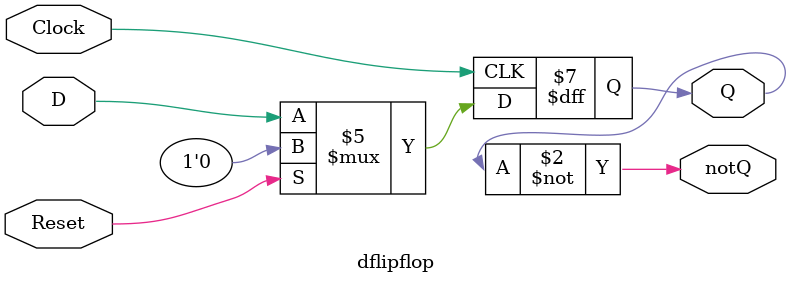
<source format=v>
module dflipflop(
    input D,
    input Reset,
    input Clock,
    output reg Q,
    output notQ
    );

    initial begin
        Q <= 0;
    end

    always @(posedge Clock) begin
        if(Reset) begin Q <= 0; end
        else begin Q <= D; end
    end    
    
    assign notQ = ~Q;

endmodule

</source>
